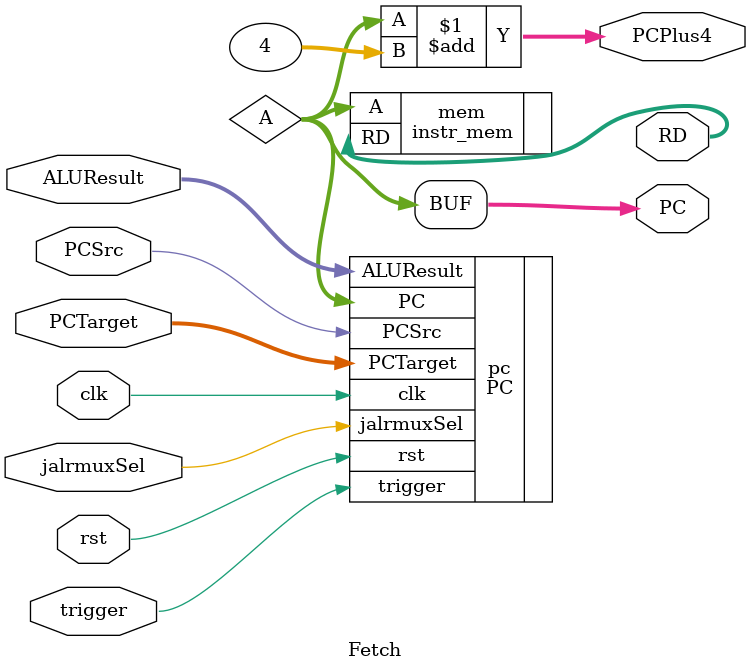
<source format=sv>
module Fetch#(
    parameter ADDRESS_WIDTH = 32,
              DATAOUT_WIDTH = 32
)(
    input logic                            PCSrc, // output from control unit
    input logic                            clk,
    input logic                            rst,
    input logic                            trigger,
    input logic [DATAOUT_WIDTH-1:0]        PCTarget,      // output from execution stage
    input logic                            jalrmuxSel, // =1 if the instruction is jalr, =0 otherwise
    input logic [ADDRESS_WIDTH-1:0]        ALUResult, // output from execution stage
    output logic [DATAOUT_WIDTH-1:0]       RD,
    output logic [ADDRESS_WIDTH-1:0]       PC,
    output logic [ADDRESS_WIDTH-1:0]       PCPlus4
);

logic [ADDRESS_WIDTH-1:0]        A;

PC pc(
    .PCSrc(PCSrc),
    .clk(clk),
    .rst(rst),
    .trigger(trigger),
    .PCTarget(PCTarget),
    .jalrmuxSel(jalrmuxSel),
    .ALUResult(ALUResult),
    .PC(A)
);

instr_mem mem(
    .A(A),
    .RD(RD)
);

assign PCPlus4 = A + 4;
assign PC = A;
endmodule

</source>
